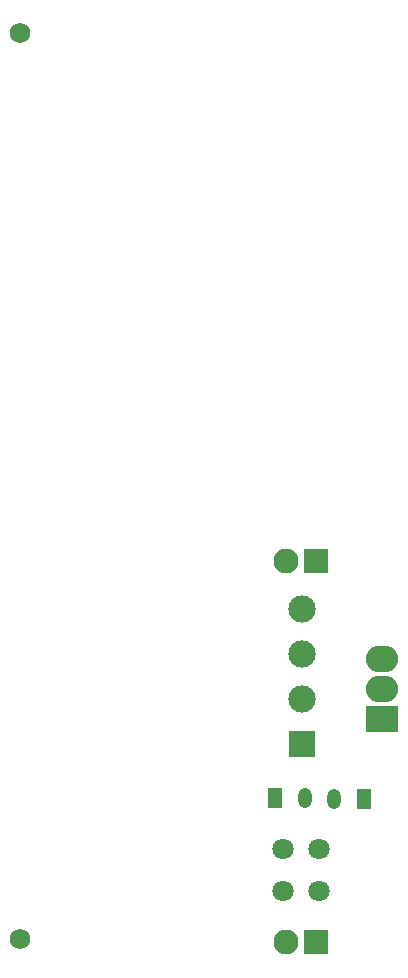
<source format=gts>
G04*
G04 #@! TF.GenerationSoftware,Altium Limited,Altium Designer,21.0.8 (223)*
G04*
G04 Layer_Color=8388736*
%FSTAX24Y24*%
%MOIN*%
G70*
G04*
G04 #@! TF.SameCoordinates,83E23403-EE52-46E3-B8F6-72DD454AC7A2*
G04*
G04*
G04 #@! TF.FilePolarity,Negative*
G04*
G01*
G75*
%ADD15C,0.0680*%
%ADD16R,0.0474X0.0671*%
%ADD17O,0.0474X0.0671*%
%ADD18C,0.0830*%
%ADD19R,0.0830X0.0830*%
%ADD20C,0.0710*%
%ADD21C,0.0910*%
%ADD22R,0.0910X0.0910*%
%ADD23R,0.1080X0.0880*%
%ADD24O,0.1080X0.0880*%
D15*
X018024Y0413D02*
D03*
Y0111D02*
D03*
D16*
X0295Y01578D02*
D03*
X026537Y0158D02*
D03*
D17*
X0285Y01578D02*
D03*
X027537Y0158D02*
D03*
D18*
X0269Y011D02*
D03*
Y0237D02*
D03*
D19*
X0279Y011D02*
D03*
Y0237D02*
D03*
D20*
X0268Y0127D02*
D03*
X028D02*
D03*
Y0141D02*
D03*
X0268D02*
D03*
D21*
X027439Y0221D02*
D03*
Y0206D02*
D03*
Y0191D02*
D03*
D22*
Y0176D02*
D03*
D23*
X0301Y01845D02*
D03*
D24*
Y01945D02*
D03*
Y02045D02*
D03*
M02*

</source>
